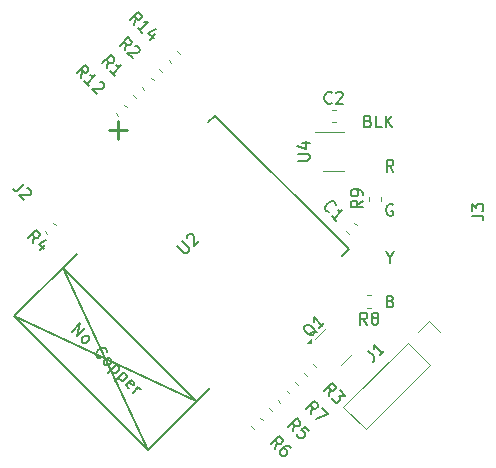
<source format=gto>
G04 #@! TF.GenerationSoftware,KiCad,Pcbnew,8.0.7-unknown-1000.20241208gitf899755.fc40*
G04 #@! TF.CreationDate,2024-12-14T19:17:03-08:00*
G04 #@! TF.ProjectId,led-ctrl-24v,6c65642d-6374-4726-9c2d-3234762e6b69,rev?*
G04 #@! TF.SameCoordinates,Original*
G04 #@! TF.FileFunction,Legend,Top*
G04 #@! TF.FilePolarity,Positive*
%FSLAX46Y46*%
G04 Gerber Fmt 4.6, Leading zero omitted, Abs format (unit mm)*
G04 Created by KiCad (PCBNEW 8.0.7-unknown-1000.20241208gitf899755.fc40) date 2024-12-14 19:17:03*
%MOMM*%
%LPD*%
G01*
G04 APERTURE LIST*
%ADD10C,0.150000*%
%ADD11C,0.250000*%
%ADD12C,0.120000*%
%ADD13C,0.152400*%
G04 APERTURE END LIST*
D10*
X103011904Y-121502438D02*
X102916666Y-121454819D01*
X102916666Y-121454819D02*
X102773809Y-121454819D01*
X102773809Y-121454819D02*
X102630952Y-121502438D01*
X102630952Y-121502438D02*
X102535714Y-121597676D01*
X102535714Y-121597676D02*
X102488095Y-121692914D01*
X102488095Y-121692914D02*
X102440476Y-121883390D01*
X102440476Y-121883390D02*
X102440476Y-122026247D01*
X102440476Y-122026247D02*
X102488095Y-122216723D01*
X102488095Y-122216723D02*
X102535714Y-122311961D01*
X102535714Y-122311961D02*
X102630952Y-122407200D01*
X102630952Y-122407200D02*
X102773809Y-122454819D01*
X102773809Y-122454819D02*
X102869047Y-122454819D01*
X102869047Y-122454819D02*
X103011904Y-122407200D01*
X103011904Y-122407200D02*
X103059523Y-122359580D01*
X103059523Y-122359580D02*
X103059523Y-122026247D01*
X103059523Y-122026247D02*
X102869047Y-122026247D01*
X102750000Y-125978628D02*
X102750000Y-126454819D01*
X102416667Y-125454819D02*
X102750000Y-125978628D01*
X102750000Y-125978628D02*
X103083333Y-125454819D01*
D11*
X78988095Y-115150333D02*
X80511905Y-115150333D01*
X79750000Y-115912238D02*
X79750000Y-114388428D01*
D10*
X103059523Y-118704819D02*
X102726190Y-118228628D01*
X102488095Y-118704819D02*
X102488095Y-117704819D01*
X102488095Y-117704819D02*
X102869047Y-117704819D01*
X102869047Y-117704819D02*
X102964285Y-117752438D01*
X102964285Y-117752438D02*
X103011904Y-117800057D01*
X103011904Y-117800057D02*
X103059523Y-117895295D01*
X103059523Y-117895295D02*
X103059523Y-118038152D01*
X103059523Y-118038152D02*
X103011904Y-118133390D01*
X103011904Y-118133390D02*
X102964285Y-118181009D01*
X102964285Y-118181009D02*
X102869047Y-118228628D01*
X102869047Y-118228628D02*
X102488095Y-118228628D01*
X102821428Y-129681009D02*
X102964285Y-129728628D01*
X102964285Y-129728628D02*
X103011904Y-129776247D01*
X103011904Y-129776247D02*
X103059523Y-129871485D01*
X103059523Y-129871485D02*
X103059523Y-130014342D01*
X103059523Y-130014342D02*
X103011904Y-130109580D01*
X103011904Y-130109580D02*
X102964285Y-130157200D01*
X102964285Y-130157200D02*
X102869047Y-130204819D01*
X102869047Y-130204819D02*
X102488095Y-130204819D01*
X102488095Y-130204819D02*
X102488095Y-129204819D01*
X102488095Y-129204819D02*
X102821428Y-129204819D01*
X102821428Y-129204819D02*
X102916666Y-129252438D01*
X102916666Y-129252438D02*
X102964285Y-129300057D01*
X102964285Y-129300057D02*
X103011904Y-129395295D01*
X103011904Y-129395295D02*
X103011904Y-129490533D01*
X103011904Y-129490533D02*
X102964285Y-129585771D01*
X102964285Y-129585771D02*
X102916666Y-129633390D01*
X102916666Y-129633390D02*
X102821428Y-129681009D01*
X102821428Y-129681009D02*
X102488095Y-129681009D01*
X100913220Y-114431009D02*
X101056077Y-114478628D01*
X101056077Y-114478628D02*
X101103696Y-114526247D01*
X101103696Y-114526247D02*
X101151315Y-114621485D01*
X101151315Y-114621485D02*
X101151315Y-114764342D01*
X101151315Y-114764342D02*
X101103696Y-114859580D01*
X101103696Y-114859580D02*
X101056077Y-114907200D01*
X101056077Y-114907200D02*
X100960839Y-114954819D01*
X100960839Y-114954819D02*
X100579887Y-114954819D01*
X100579887Y-114954819D02*
X100579887Y-113954819D01*
X100579887Y-113954819D02*
X100913220Y-113954819D01*
X100913220Y-113954819D02*
X101008458Y-114002438D01*
X101008458Y-114002438D02*
X101056077Y-114050057D01*
X101056077Y-114050057D02*
X101103696Y-114145295D01*
X101103696Y-114145295D02*
X101103696Y-114240533D01*
X101103696Y-114240533D02*
X101056077Y-114335771D01*
X101056077Y-114335771D02*
X101008458Y-114383390D01*
X101008458Y-114383390D02*
X100913220Y-114431009D01*
X100913220Y-114431009D02*
X100579887Y-114431009D01*
X102056077Y-114954819D02*
X101579887Y-114954819D01*
X101579887Y-114954819D02*
X101579887Y-113954819D01*
X102389411Y-114954819D02*
X102389411Y-113954819D01*
X102960839Y-114954819D02*
X102532268Y-114383390D01*
X102960839Y-113954819D02*
X102389411Y-114526247D01*
X97833333Y-112859580D02*
X97785714Y-112907200D01*
X97785714Y-112907200D02*
X97642857Y-112954819D01*
X97642857Y-112954819D02*
X97547619Y-112954819D01*
X97547619Y-112954819D02*
X97404762Y-112907200D01*
X97404762Y-112907200D02*
X97309524Y-112811961D01*
X97309524Y-112811961D02*
X97261905Y-112716723D01*
X97261905Y-112716723D02*
X97214286Y-112526247D01*
X97214286Y-112526247D02*
X97214286Y-112383390D01*
X97214286Y-112383390D02*
X97261905Y-112192914D01*
X97261905Y-112192914D02*
X97309524Y-112097676D01*
X97309524Y-112097676D02*
X97404762Y-112002438D01*
X97404762Y-112002438D02*
X97547619Y-111954819D01*
X97547619Y-111954819D02*
X97642857Y-111954819D01*
X97642857Y-111954819D02*
X97785714Y-112002438D01*
X97785714Y-112002438D02*
X97833333Y-112050057D01*
X98214286Y-112050057D02*
X98261905Y-112002438D01*
X98261905Y-112002438D02*
X98357143Y-111954819D01*
X98357143Y-111954819D02*
X98595238Y-111954819D01*
X98595238Y-111954819D02*
X98690476Y-112002438D01*
X98690476Y-112002438D02*
X98738095Y-112050057D01*
X98738095Y-112050057D02*
X98785714Y-112145295D01*
X98785714Y-112145295D02*
X98785714Y-112240533D01*
X98785714Y-112240533D02*
X98738095Y-112383390D01*
X98738095Y-112383390D02*
X98166667Y-112954819D01*
X98166667Y-112954819D02*
X98785714Y-112954819D01*
X93060543Y-142203754D02*
X93161558Y-141631335D01*
X92656482Y-141799693D02*
X93363589Y-141092587D01*
X93363589Y-141092587D02*
X93632963Y-141361961D01*
X93632963Y-141361961D02*
X93666635Y-141462976D01*
X93666635Y-141462976D02*
X93666635Y-141530319D01*
X93666635Y-141530319D02*
X93632963Y-141631335D01*
X93632963Y-141631335D02*
X93531948Y-141732350D01*
X93531948Y-141732350D02*
X93430932Y-141766022D01*
X93430932Y-141766022D02*
X93363589Y-141766022D01*
X93363589Y-141766022D02*
X93262574Y-141732350D01*
X93262574Y-141732350D02*
X92993200Y-141462976D01*
X94373741Y-142102739D02*
X94239054Y-141968052D01*
X94239054Y-141968052D02*
X94138039Y-141934380D01*
X94138039Y-141934380D02*
X94070696Y-141934380D01*
X94070696Y-141934380D02*
X93902337Y-141968052D01*
X93902337Y-141968052D02*
X93733978Y-142069067D01*
X93733978Y-142069067D02*
X93464604Y-142338441D01*
X93464604Y-142338441D02*
X93430932Y-142439457D01*
X93430932Y-142439457D02*
X93430932Y-142506800D01*
X93430932Y-142506800D02*
X93464604Y-142607815D01*
X93464604Y-142607815D02*
X93599291Y-142742502D01*
X93599291Y-142742502D02*
X93700306Y-142776174D01*
X93700306Y-142776174D02*
X93767650Y-142776174D01*
X93767650Y-142776174D02*
X93868665Y-142742502D01*
X93868665Y-142742502D02*
X94037024Y-142574144D01*
X94037024Y-142574144D02*
X94070696Y-142473128D01*
X94070696Y-142473128D02*
X94070696Y-142405785D01*
X94070696Y-142405785D02*
X94037024Y-142304770D01*
X94037024Y-142304770D02*
X93902337Y-142170083D01*
X93902337Y-142170083D02*
X93801322Y-142136411D01*
X93801322Y-142136411D02*
X93733978Y-142136411D01*
X93733978Y-142136411D02*
X93632963Y-142170083D01*
X94560543Y-140703754D02*
X94661558Y-140131335D01*
X94156482Y-140299693D02*
X94863589Y-139592587D01*
X94863589Y-139592587D02*
X95132963Y-139861961D01*
X95132963Y-139861961D02*
X95166635Y-139962976D01*
X95166635Y-139962976D02*
X95166635Y-140030319D01*
X95166635Y-140030319D02*
X95132963Y-140131335D01*
X95132963Y-140131335D02*
X95031948Y-140232350D01*
X95031948Y-140232350D02*
X94930932Y-140266022D01*
X94930932Y-140266022D02*
X94863589Y-140266022D01*
X94863589Y-140266022D02*
X94762574Y-140232350D01*
X94762574Y-140232350D02*
X94493200Y-139962976D01*
X95907413Y-140636411D02*
X95570696Y-140299693D01*
X95570696Y-140299693D02*
X95200306Y-140602739D01*
X95200306Y-140602739D02*
X95267650Y-140602739D01*
X95267650Y-140602739D02*
X95368665Y-140636411D01*
X95368665Y-140636411D02*
X95537024Y-140804770D01*
X95537024Y-140804770D02*
X95570696Y-140905785D01*
X95570696Y-140905785D02*
X95570696Y-140973128D01*
X95570696Y-140973128D02*
X95537024Y-141074144D01*
X95537024Y-141074144D02*
X95368665Y-141242502D01*
X95368665Y-141242502D02*
X95267650Y-141276174D01*
X95267650Y-141276174D02*
X95200306Y-141276174D01*
X95200306Y-141276174D02*
X95099291Y-141242502D01*
X95099291Y-141242502D02*
X94930932Y-141074144D01*
X94930932Y-141074144D02*
X94897261Y-140973128D01*
X94897261Y-140973128D02*
X94897261Y-140905785D01*
X80300492Y-108443703D02*
X80401507Y-107871283D01*
X79896431Y-108039642D02*
X80603537Y-107332535D01*
X80603537Y-107332535D02*
X80872911Y-107601909D01*
X80872911Y-107601909D02*
X80906583Y-107702924D01*
X80906583Y-107702924D02*
X80906583Y-107770268D01*
X80906583Y-107770268D02*
X80872911Y-107871283D01*
X80872911Y-107871283D02*
X80771896Y-107972298D01*
X80771896Y-107972298D02*
X80670881Y-108005970D01*
X80670881Y-108005970D02*
X80603537Y-108005970D01*
X80603537Y-108005970D02*
X80502522Y-107972298D01*
X80502522Y-107972298D02*
X80233148Y-107702924D01*
X81209629Y-108073314D02*
X81276972Y-108073314D01*
X81276972Y-108073314D02*
X81377988Y-108106985D01*
X81377988Y-108106985D02*
X81546346Y-108275344D01*
X81546346Y-108275344D02*
X81580018Y-108376359D01*
X81580018Y-108376359D02*
X81580018Y-108443703D01*
X81580018Y-108443703D02*
X81546346Y-108544718D01*
X81546346Y-108544718D02*
X81479003Y-108612062D01*
X81479003Y-108612062D02*
X81344316Y-108679405D01*
X81344316Y-108679405D02*
X80536194Y-108679405D01*
X80536194Y-108679405D02*
X80973927Y-109117138D01*
X97560543Y-137703754D02*
X97661558Y-137131335D01*
X97156482Y-137299693D02*
X97863589Y-136592587D01*
X97863589Y-136592587D02*
X98132963Y-136861961D01*
X98132963Y-136861961D02*
X98166635Y-136962976D01*
X98166635Y-136962976D02*
X98166635Y-137030319D01*
X98166635Y-137030319D02*
X98132963Y-137131335D01*
X98132963Y-137131335D02*
X98031948Y-137232350D01*
X98031948Y-137232350D02*
X97930932Y-137266022D01*
X97930932Y-137266022D02*
X97863589Y-137266022D01*
X97863589Y-137266022D02*
X97762574Y-137232350D01*
X97762574Y-137232350D02*
X97493200Y-136962976D01*
X98503352Y-137232350D02*
X98941085Y-137670083D01*
X98941085Y-137670083D02*
X98436009Y-137703754D01*
X98436009Y-137703754D02*
X98537024Y-137804770D01*
X98537024Y-137804770D02*
X98570696Y-137905785D01*
X98570696Y-137905785D02*
X98570696Y-137973128D01*
X98570696Y-137973128D02*
X98537024Y-138074144D01*
X98537024Y-138074144D02*
X98368665Y-138242502D01*
X98368665Y-138242502D02*
X98267650Y-138276174D01*
X98267650Y-138276174D02*
X98200306Y-138276174D01*
X98200306Y-138276174D02*
X98099291Y-138242502D01*
X98099291Y-138242502D02*
X97897261Y-138040472D01*
X97897261Y-138040472D02*
X97863589Y-137939457D01*
X97863589Y-137939457D02*
X97863589Y-137872113D01*
X100833333Y-131654819D02*
X100500000Y-131178628D01*
X100261905Y-131654819D02*
X100261905Y-130654819D01*
X100261905Y-130654819D02*
X100642857Y-130654819D01*
X100642857Y-130654819D02*
X100738095Y-130702438D01*
X100738095Y-130702438D02*
X100785714Y-130750057D01*
X100785714Y-130750057D02*
X100833333Y-130845295D01*
X100833333Y-130845295D02*
X100833333Y-130988152D01*
X100833333Y-130988152D02*
X100785714Y-131083390D01*
X100785714Y-131083390D02*
X100738095Y-131131009D01*
X100738095Y-131131009D02*
X100642857Y-131178628D01*
X100642857Y-131178628D02*
X100261905Y-131178628D01*
X101404762Y-131083390D02*
X101309524Y-131035771D01*
X101309524Y-131035771D02*
X101261905Y-130988152D01*
X101261905Y-130988152D02*
X101214286Y-130892914D01*
X101214286Y-130892914D02*
X101214286Y-130845295D01*
X101214286Y-130845295D02*
X101261905Y-130750057D01*
X101261905Y-130750057D02*
X101309524Y-130702438D01*
X101309524Y-130702438D02*
X101404762Y-130654819D01*
X101404762Y-130654819D02*
X101595238Y-130654819D01*
X101595238Y-130654819D02*
X101690476Y-130702438D01*
X101690476Y-130702438D02*
X101738095Y-130750057D01*
X101738095Y-130750057D02*
X101785714Y-130845295D01*
X101785714Y-130845295D02*
X101785714Y-130892914D01*
X101785714Y-130892914D02*
X101738095Y-130988152D01*
X101738095Y-130988152D02*
X101690476Y-131035771D01*
X101690476Y-131035771D02*
X101595238Y-131083390D01*
X101595238Y-131083390D02*
X101404762Y-131083390D01*
X101404762Y-131083390D02*
X101309524Y-131131009D01*
X101309524Y-131131009D02*
X101261905Y-131178628D01*
X101261905Y-131178628D02*
X101214286Y-131273866D01*
X101214286Y-131273866D02*
X101214286Y-131464342D01*
X101214286Y-131464342D02*
X101261905Y-131559580D01*
X101261905Y-131559580D02*
X101309524Y-131607200D01*
X101309524Y-131607200D02*
X101404762Y-131654819D01*
X101404762Y-131654819D02*
X101595238Y-131654819D01*
X101595238Y-131654819D02*
X101690476Y-131607200D01*
X101690476Y-131607200D02*
X101738095Y-131559580D01*
X101738095Y-131559580D02*
X101785714Y-131464342D01*
X101785714Y-131464342D02*
X101785714Y-131273866D01*
X101785714Y-131273866D02*
X101738095Y-131178628D01*
X101738095Y-131178628D02*
X101690476Y-131131009D01*
X101690476Y-131131009D02*
X101595238Y-131083390D01*
X72499883Y-124764414D02*
X72600898Y-124191995D01*
X72095822Y-124360353D02*
X72802929Y-123653247D01*
X72802929Y-123653247D02*
X73072303Y-123922621D01*
X73072303Y-123922621D02*
X73105975Y-124023636D01*
X73105975Y-124023636D02*
X73105975Y-124090979D01*
X73105975Y-124090979D02*
X73072303Y-124191995D01*
X73072303Y-124191995D02*
X72971288Y-124293010D01*
X72971288Y-124293010D02*
X72870272Y-124326682D01*
X72870272Y-124326682D02*
X72802929Y-124326682D01*
X72802929Y-124326682D02*
X72701914Y-124293010D01*
X72701914Y-124293010D02*
X72432540Y-124023636D01*
X73577379Y-124899101D02*
X73105975Y-125370506D01*
X73678394Y-124461369D02*
X73004959Y-124798086D01*
X73004959Y-124798086D02*
X73442692Y-125235819D01*
X84766184Y-124989949D02*
X85338604Y-125562369D01*
X85338604Y-125562369D02*
X85439619Y-125596041D01*
X85439619Y-125596041D02*
X85506963Y-125596041D01*
X85506963Y-125596041D02*
X85607978Y-125562369D01*
X85607978Y-125562369D02*
X85742665Y-125427682D01*
X85742665Y-125427682D02*
X85776337Y-125326667D01*
X85776337Y-125326667D02*
X85776337Y-125259323D01*
X85776337Y-125259323D02*
X85742665Y-125158308D01*
X85742665Y-125158308D02*
X85170245Y-124585888D01*
X85540635Y-124350186D02*
X85540635Y-124282843D01*
X85540635Y-124282843D02*
X85574306Y-124181827D01*
X85574306Y-124181827D02*
X85742665Y-124013469D01*
X85742665Y-124013469D02*
X85843680Y-123979797D01*
X85843680Y-123979797D02*
X85911024Y-123979797D01*
X85911024Y-123979797D02*
X86012039Y-124013469D01*
X86012039Y-124013469D02*
X86079383Y-124080812D01*
X86079383Y-124080812D02*
X86146726Y-124215499D01*
X86146726Y-124215499D02*
X86146726Y-125023621D01*
X86146726Y-125023621D02*
X86584459Y-124585888D01*
X75846725Y-132253215D02*
X76553832Y-131546109D01*
X76553832Y-131546109D02*
X76250786Y-132657277D01*
X76250786Y-132657277D02*
X76957893Y-131950170D01*
X76688519Y-133095009D02*
X76654847Y-132993994D01*
X76654847Y-132993994D02*
X76654847Y-132926650D01*
X76654847Y-132926650D02*
X76688519Y-132825635D01*
X76688519Y-132825635D02*
X76890549Y-132623605D01*
X76890549Y-132623605D02*
X76991565Y-132589933D01*
X76991565Y-132589933D02*
X77058908Y-132589933D01*
X77058908Y-132589933D02*
X77159923Y-132623605D01*
X77159923Y-132623605D02*
X77260939Y-132724620D01*
X77260939Y-132724620D02*
X77294610Y-132825635D01*
X77294610Y-132825635D02*
X77294610Y-132892979D01*
X77294610Y-132892979D02*
X77260939Y-132993994D01*
X77260939Y-132993994D02*
X77058908Y-133196024D01*
X77058908Y-133196024D02*
X76957893Y-133229696D01*
X76957893Y-133229696D02*
X76890549Y-133229696D01*
X76890549Y-133229696D02*
X76789534Y-133196024D01*
X76789534Y-133196024D02*
X76688519Y-133095009D01*
X78237420Y-134509223D02*
X78170076Y-134509223D01*
X78170076Y-134509223D02*
X78035389Y-134441880D01*
X78035389Y-134441880D02*
X77968046Y-134374536D01*
X77968046Y-134374536D02*
X77900702Y-134239849D01*
X77900702Y-134239849D02*
X77900702Y-134105162D01*
X77900702Y-134105162D02*
X77934374Y-134004147D01*
X77934374Y-134004147D02*
X78035389Y-133835788D01*
X78035389Y-133835788D02*
X78136405Y-133734773D01*
X78136405Y-133734773D02*
X78304763Y-133633757D01*
X78304763Y-133633757D02*
X78405779Y-133600086D01*
X78405779Y-133600086D02*
X78540466Y-133600086D01*
X78540466Y-133600086D02*
X78675153Y-133667429D01*
X78675153Y-133667429D02*
X78742496Y-133734773D01*
X78742496Y-133734773D02*
X78809840Y-133869460D01*
X78809840Y-133869460D02*
X78809840Y-133936803D01*
X78574137Y-134980628D02*
X78540466Y-134879612D01*
X78540466Y-134879612D02*
X78540466Y-134812269D01*
X78540466Y-134812269D02*
X78574137Y-134711254D01*
X78574137Y-134711254D02*
X78776168Y-134509223D01*
X78776168Y-134509223D02*
X78877183Y-134475551D01*
X78877183Y-134475551D02*
X78944527Y-134475551D01*
X78944527Y-134475551D02*
X79045542Y-134509223D01*
X79045542Y-134509223D02*
X79146557Y-134610238D01*
X79146557Y-134610238D02*
X79180229Y-134711254D01*
X79180229Y-134711254D02*
X79180229Y-134778597D01*
X79180229Y-134778597D02*
X79146557Y-134879612D01*
X79146557Y-134879612D02*
X78944527Y-135081643D01*
X78944527Y-135081643D02*
X78843511Y-135115315D01*
X78843511Y-135115315D02*
X78776168Y-135115315D01*
X78776168Y-135115315D02*
X78675153Y-135081643D01*
X78675153Y-135081643D02*
X78574137Y-134980628D01*
X79584290Y-135047971D02*
X78877183Y-135755078D01*
X79550618Y-135081643D02*
X79651633Y-135115315D01*
X79651633Y-135115315D02*
X79786320Y-135250002D01*
X79786320Y-135250002D02*
X79819992Y-135351017D01*
X79819992Y-135351017D02*
X79819992Y-135418360D01*
X79819992Y-135418360D02*
X79786320Y-135519376D01*
X79786320Y-135519376D02*
X79584290Y-135721406D01*
X79584290Y-135721406D02*
X79483275Y-135755078D01*
X79483275Y-135755078D02*
X79415931Y-135755078D01*
X79415931Y-135755078D02*
X79314916Y-135721406D01*
X79314916Y-135721406D02*
X79180229Y-135586719D01*
X79180229Y-135586719D02*
X79146557Y-135485704D01*
X80224053Y-135687734D02*
X79516946Y-136394841D01*
X80190381Y-135721406D02*
X80291397Y-135755078D01*
X80291397Y-135755078D02*
X80426084Y-135889765D01*
X80426084Y-135889765D02*
X80459756Y-135990780D01*
X80459756Y-135990780D02*
X80459756Y-136058124D01*
X80459756Y-136058124D02*
X80426084Y-136159139D01*
X80426084Y-136159139D02*
X80224053Y-136361170D01*
X80224053Y-136361170D02*
X80123038Y-136394841D01*
X80123038Y-136394841D02*
X80055694Y-136394841D01*
X80055694Y-136394841D02*
X79954679Y-136361170D01*
X79954679Y-136361170D02*
X79819992Y-136226482D01*
X79819992Y-136226482D02*
X79786320Y-136125467D01*
X80695458Y-137034605D02*
X80594443Y-137000933D01*
X80594443Y-137000933D02*
X80459756Y-136866246D01*
X80459756Y-136866246D02*
X80426084Y-136765231D01*
X80426084Y-136765231D02*
X80459756Y-136664215D01*
X80459756Y-136664215D02*
X80729130Y-136394841D01*
X80729130Y-136394841D02*
X80830145Y-136361170D01*
X80830145Y-136361170D02*
X80931160Y-136394841D01*
X80931160Y-136394841D02*
X81065847Y-136529528D01*
X81065847Y-136529528D02*
X81099519Y-136630544D01*
X81099519Y-136630544D02*
X81065847Y-136731559D01*
X81065847Y-136731559D02*
X80998504Y-136798902D01*
X80998504Y-136798902D02*
X80594443Y-136529528D01*
X80998504Y-137404994D02*
X81469908Y-136933589D01*
X81335221Y-137068276D02*
X81436236Y-137034605D01*
X81436236Y-137034605D02*
X81503580Y-137034605D01*
X81503580Y-137034605D02*
X81604595Y-137068276D01*
X81604595Y-137068276D02*
X81671939Y-137135620D01*
X71796066Y-119732528D02*
X71290990Y-120237604D01*
X71290990Y-120237604D02*
X71156303Y-120304948D01*
X71156303Y-120304948D02*
X71021616Y-120304948D01*
X71021616Y-120304948D02*
X70886929Y-120237604D01*
X70886929Y-120237604D02*
X70819585Y-120170261D01*
X72031769Y-120102917D02*
X72099112Y-120102917D01*
X72099112Y-120102917D02*
X72200127Y-120136589D01*
X72200127Y-120136589D02*
X72368486Y-120304948D01*
X72368486Y-120304948D02*
X72402158Y-120405963D01*
X72402158Y-120405963D02*
X72402158Y-120473307D01*
X72402158Y-120473307D02*
X72368486Y-120574322D01*
X72368486Y-120574322D02*
X72301143Y-120641665D01*
X72301143Y-120641665D02*
X72166456Y-120709009D01*
X72166456Y-120709009D02*
X71358334Y-120709009D01*
X71358334Y-120709009D02*
X71796066Y-121146742D01*
X94954819Y-117761904D02*
X95764342Y-117761904D01*
X95764342Y-117761904D02*
X95859580Y-117714285D01*
X95859580Y-117714285D02*
X95907200Y-117666666D01*
X95907200Y-117666666D02*
X95954819Y-117571428D01*
X95954819Y-117571428D02*
X95954819Y-117380952D01*
X95954819Y-117380952D02*
X95907200Y-117285714D01*
X95907200Y-117285714D02*
X95859580Y-117238095D01*
X95859580Y-117238095D02*
X95764342Y-117190476D01*
X95764342Y-117190476D02*
X94954819Y-117190476D01*
X95288152Y-116285714D02*
X95954819Y-116285714D01*
X94907200Y-116523809D02*
X95621485Y-116761904D01*
X95621485Y-116761904D02*
X95621485Y-116142857D01*
X97627887Y-122136411D02*
X97560543Y-122136411D01*
X97560543Y-122136411D02*
X97425856Y-122069067D01*
X97425856Y-122069067D02*
X97358513Y-122001724D01*
X97358513Y-122001724D02*
X97291169Y-121867037D01*
X97291169Y-121867037D02*
X97291169Y-121732350D01*
X97291169Y-121732350D02*
X97324841Y-121631335D01*
X97324841Y-121631335D02*
X97425856Y-121462976D01*
X97425856Y-121462976D02*
X97526871Y-121361961D01*
X97526871Y-121361961D02*
X97695230Y-121260945D01*
X97695230Y-121260945D02*
X97796245Y-121227274D01*
X97796245Y-121227274D02*
X97930932Y-121227274D01*
X97930932Y-121227274D02*
X98065619Y-121294617D01*
X98065619Y-121294617D02*
X98132963Y-121361961D01*
X98132963Y-121361961D02*
X98200306Y-121496648D01*
X98200306Y-121496648D02*
X98200306Y-121563991D01*
X98233978Y-122877189D02*
X97829917Y-122473128D01*
X98031948Y-122675159D02*
X98739054Y-121968052D01*
X98739054Y-121968052D02*
X98570696Y-122001724D01*
X98570696Y-122001724D02*
X98436009Y-122001724D01*
X98436009Y-122001724D02*
X98334993Y-121968052D01*
X78800492Y-109943703D02*
X78901507Y-109371283D01*
X78396431Y-109539642D02*
X79103537Y-108832535D01*
X79103537Y-108832535D02*
X79372911Y-109101909D01*
X79372911Y-109101909D02*
X79406583Y-109202924D01*
X79406583Y-109202924D02*
X79406583Y-109270268D01*
X79406583Y-109270268D02*
X79372911Y-109371283D01*
X79372911Y-109371283D02*
X79271896Y-109472298D01*
X79271896Y-109472298D02*
X79170881Y-109505970D01*
X79170881Y-109505970D02*
X79103537Y-109505970D01*
X79103537Y-109505970D02*
X79002522Y-109472298D01*
X79002522Y-109472298D02*
X78733148Y-109202924D01*
X79473927Y-110617138D02*
X79069866Y-110213077D01*
X79271896Y-110415107D02*
X79979003Y-109708001D01*
X79979003Y-109708001D02*
X79810644Y-109741672D01*
X79810644Y-109741672D02*
X79675957Y-109741672D01*
X79675957Y-109741672D02*
X79574942Y-109708001D01*
X96060543Y-139203754D02*
X96161558Y-138631335D01*
X95656482Y-138799693D02*
X96363589Y-138092587D01*
X96363589Y-138092587D02*
X96632963Y-138361961D01*
X96632963Y-138361961D02*
X96666635Y-138462976D01*
X96666635Y-138462976D02*
X96666635Y-138530319D01*
X96666635Y-138530319D02*
X96632963Y-138631335D01*
X96632963Y-138631335D02*
X96531948Y-138732350D01*
X96531948Y-138732350D02*
X96430932Y-138766022D01*
X96430932Y-138766022D02*
X96363589Y-138766022D01*
X96363589Y-138766022D02*
X96262574Y-138732350D01*
X96262574Y-138732350D02*
X95993200Y-138462976D01*
X97003352Y-138732350D02*
X97474757Y-139203754D01*
X97474757Y-139203754D02*
X96464604Y-139607815D01*
X96624549Y-132259236D02*
X96523534Y-132292908D01*
X96523534Y-132292908D02*
X96388847Y-132292908D01*
X96388847Y-132292908D02*
X96186816Y-132292908D01*
X96186816Y-132292908D02*
X96085801Y-132326580D01*
X96085801Y-132326580D02*
X96018458Y-132393923D01*
X96220488Y-132528610D02*
X96119473Y-132562282D01*
X96119473Y-132562282D02*
X95984786Y-132562282D01*
X95984786Y-132562282D02*
X95816427Y-132461267D01*
X95816427Y-132461267D02*
X95580725Y-132225564D01*
X95580725Y-132225564D02*
X95479710Y-132057206D01*
X95479710Y-132057206D02*
X95479710Y-131922519D01*
X95479710Y-131922519D02*
X95513381Y-131821503D01*
X95513381Y-131821503D02*
X95648068Y-131686816D01*
X95648068Y-131686816D02*
X95749084Y-131653145D01*
X95749084Y-131653145D02*
X95883771Y-131653145D01*
X95883771Y-131653145D02*
X96052129Y-131754160D01*
X96052129Y-131754160D02*
X96287832Y-131989862D01*
X96287832Y-131989862D02*
X96388847Y-132158221D01*
X96388847Y-132158221D02*
X96388847Y-132292908D01*
X96388847Y-132292908D02*
X96355175Y-132393923D01*
X96355175Y-132393923D02*
X96220488Y-132528610D01*
X97196969Y-131552129D02*
X96792908Y-131956190D01*
X96994938Y-131754160D02*
X96287832Y-131047053D01*
X96287832Y-131047053D02*
X96321503Y-131215412D01*
X96321503Y-131215412D02*
X96321503Y-131350099D01*
X96321503Y-131350099D02*
X96287832Y-131451114D01*
X81127057Y-106270268D02*
X81228072Y-105697848D01*
X80722996Y-105866207D02*
X81430102Y-105159100D01*
X81430102Y-105159100D02*
X81699476Y-105428474D01*
X81699476Y-105428474D02*
X81733148Y-105529489D01*
X81733148Y-105529489D02*
X81733148Y-105596833D01*
X81733148Y-105596833D02*
X81699476Y-105697848D01*
X81699476Y-105697848D02*
X81598461Y-105798863D01*
X81598461Y-105798863D02*
X81497446Y-105832535D01*
X81497446Y-105832535D02*
X81430102Y-105832535D01*
X81430102Y-105832535D02*
X81329087Y-105798863D01*
X81329087Y-105798863D02*
X81059713Y-105529489D01*
X81800492Y-106943703D02*
X81396431Y-106539642D01*
X81598461Y-106741672D02*
X82305568Y-106034566D01*
X82305568Y-106034566D02*
X82137209Y-106068237D01*
X82137209Y-106068237D02*
X82002522Y-106068237D01*
X82002522Y-106068237D02*
X81901507Y-106034566D01*
X82877988Y-107078390D02*
X82406583Y-107549794D01*
X82979003Y-106640657D02*
X82305568Y-106977375D01*
X82305568Y-106977375D02*
X82743301Y-107415107D01*
X109679819Y-122433333D02*
X110394104Y-122433333D01*
X110394104Y-122433333D02*
X110536961Y-122480952D01*
X110536961Y-122480952D02*
X110632200Y-122576190D01*
X110632200Y-122576190D02*
X110679819Y-122719047D01*
X110679819Y-122719047D02*
X110679819Y-122814285D01*
X109679819Y-122052380D02*
X109679819Y-121433333D01*
X109679819Y-121433333D02*
X110060771Y-121766666D01*
X110060771Y-121766666D02*
X110060771Y-121623809D01*
X110060771Y-121623809D02*
X110108390Y-121528571D01*
X110108390Y-121528571D02*
X110156009Y-121480952D01*
X110156009Y-121480952D02*
X110251247Y-121433333D01*
X110251247Y-121433333D02*
X110489342Y-121433333D01*
X110489342Y-121433333D02*
X110584580Y-121480952D01*
X110584580Y-121480952D02*
X110632200Y-121528571D01*
X110632200Y-121528571D02*
X110679819Y-121623809D01*
X110679819Y-121623809D02*
X110679819Y-121909523D01*
X110679819Y-121909523D02*
X110632200Y-122004761D01*
X110632200Y-122004761D02*
X110584580Y-122052380D01*
X100454819Y-121166666D02*
X99978628Y-121499999D01*
X100454819Y-121738094D02*
X99454819Y-121738094D01*
X99454819Y-121738094D02*
X99454819Y-121357142D01*
X99454819Y-121357142D02*
X99502438Y-121261904D01*
X99502438Y-121261904D02*
X99550057Y-121214285D01*
X99550057Y-121214285D02*
X99645295Y-121166666D01*
X99645295Y-121166666D02*
X99788152Y-121166666D01*
X99788152Y-121166666D02*
X99883390Y-121214285D01*
X99883390Y-121214285D02*
X99931009Y-121261904D01*
X99931009Y-121261904D02*
X99978628Y-121357142D01*
X99978628Y-121357142D02*
X99978628Y-121738094D01*
X100454819Y-120690475D02*
X100454819Y-120499999D01*
X100454819Y-120499999D02*
X100407200Y-120404761D01*
X100407200Y-120404761D02*
X100359580Y-120357142D01*
X100359580Y-120357142D02*
X100216723Y-120261904D01*
X100216723Y-120261904D02*
X100026247Y-120214285D01*
X100026247Y-120214285D02*
X99645295Y-120214285D01*
X99645295Y-120214285D02*
X99550057Y-120261904D01*
X99550057Y-120261904D02*
X99502438Y-120309523D01*
X99502438Y-120309523D02*
X99454819Y-120404761D01*
X99454819Y-120404761D02*
X99454819Y-120595237D01*
X99454819Y-120595237D02*
X99502438Y-120690475D01*
X99502438Y-120690475D02*
X99550057Y-120738094D01*
X99550057Y-120738094D02*
X99645295Y-120785713D01*
X99645295Y-120785713D02*
X99883390Y-120785713D01*
X99883390Y-120785713D02*
X99978628Y-120738094D01*
X99978628Y-120738094D02*
X100026247Y-120690475D01*
X100026247Y-120690475D02*
X100073866Y-120595237D01*
X100073866Y-120595237D02*
X100073866Y-120404761D01*
X100073866Y-120404761D02*
X100026247Y-120309523D01*
X100026247Y-120309523D02*
X99978628Y-120261904D01*
X99978628Y-120261904D02*
X99883390Y-120214285D01*
X100878796Y-133850201D02*
X101383872Y-134355277D01*
X101383872Y-134355277D02*
X101451216Y-134489964D01*
X101451216Y-134489964D02*
X101451216Y-134624651D01*
X101451216Y-134624651D02*
X101383872Y-134759338D01*
X101383872Y-134759338D02*
X101316529Y-134826682D01*
X102293010Y-133850201D02*
X101888949Y-134254262D01*
X102090979Y-134052231D02*
X101383872Y-133345124D01*
X101383872Y-133345124D02*
X101417544Y-133513483D01*
X101417544Y-133513483D02*
X101417544Y-133648170D01*
X101417544Y-133648170D02*
X101383872Y-133749185D01*
X76627057Y-110770268D02*
X76728072Y-110197848D01*
X76222996Y-110366207D02*
X76930102Y-109659100D01*
X76930102Y-109659100D02*
X77199476Y-109928474D01*
X77199476Y-109928474D02*
X77233148Y-110029489D01*
X77233148Y-110029489D02*
X77233148Y-110096833D01*
X77233148Y-110096833D02*
X77199476Y-110197848D01*
X77199476Y-110197848D02*
X77098461Y-110298863D01*
X77098461Y-110298863D02*
X76997446Y-110332535D01*
X76997446Y-110332535D02*
X76930102Y-110332535D01*
X76930102Y-110332535D02*
X76829087Y-110298863D01*
X76829087Y-110298863D02*
X76559713Y-110029489D01*
X77300492Y-111443703D02*
X76896431Y-111039642D01*
X77098461Y-111241672D02*
X77805568Y-110534566D01*
X77805568Y-110534566D02*
X77637209Y-110568237D01*
X77637209Y-110568237D02*
X77502522Y-110568237D01*
X77502522Y-110568237D02*
X77401507Y-110534566D01*
X78209629Y-111073314D02*
X78276972Y-111073314D01*
X78276972Y-111073314D02*
X78377988Y-111106985D01*
X78377988Y-111106985D02*
X78546346Y-111275344D01*
X78546346Y-111275344D02*
X78580018Y-111376359D01*
X78580018Y-111376359D02*
X78580018Y-111443703D01*
X78580018Y-111443703D02*
X78546346Y-111544718D01*
X78546346Y-111544718D02*
X78479003Y-111612062D01*
X78479003Y-111612062D02*
X78344316Y-111679405D01*
X78344316Y-111679405D02*
X77536194Y-111679405D01*
X77536194Y-111679405D02*
X77973927Y-112117138D01*
D12*
G04 #@! TO.C,C2*
X98162779Y-113490000D02*
X97837221Y-113490000D01*
X98162779Y-114510000D02*
X97837221Y-114510000D01*
G04 #@! TO.C,R6*
X91254478Y-140475727D02*
X91024273Y-140245522D01*
X91975727Y-139754478D02*
X91745522Y-139524273D01*
G04 #@! TO.C,R5*
X92754478Y-138975727D02*
X92524273Y-138745522D01*
X93475727Y-138254478D02*
X93245522Y-138024273D01*
G04 #@! TO.C,R2*
X84024273Y-109245522D02*
X84254478Y-109475727D01*
X84745522Y-108524273D02*
X84975727Y-108754478D01*
G04 #@! TO.C,R3*
X94254478Y-137475727D02*
X94024273Y-137245522D01*
X94975727Y-136754478D02*
X94745522Y-136524273D01*
G04 #@! TO.C,R8*
X100837221Y-129190000D02*
X101162779Y-129190000D01*
X100837221Y-130210000D02*
X101162779Y-130210000D01*
G04 #@! TO.C,R4*
X73524273Y-123745522D02*
X73754478Y-123975727D01*
X74245522Y-123024273D02*
X74475727Y-123254478D01*
D13*
G04 #@! TO.C,U2*
X70945843Y-130951762D02*
X86360771Y-138164251D01*
X70962814Y-130943277D02*
X76261165Y-125644926D01*
X82259552Y-142265471D02*
X75047063Y-126850543D01*
X82277936Y-142258400D02*
X70962814Y-130943277D01*
X82277936Y-142258400D02*
X87486485Y-137049851D01*
X86360771Y-138164251D02*
X75047063Y-126850543D01*
X87935498Y-113970593D02*
X87396682Y-114509408D01*
X98711805Y-125824531D02*
X99250621Y-125285715D01*
X99250621Y-125285715D02*
X87935498Y-113970593D01*
D12*
G04 #@! TO.C,U4*
X97100000Y-118610000D02*
X98900000Y-118610000D01*
X98900000Y-115390000D02*
X96450000Y-115390000D01*
G04 #@! TO.C,C1*
X99254478Y-123975727D02*
X99024273Y-123745522D01*
X99975727Y-123254478D02*
X99745522Y-123024273D01*
G04 #@! TO.C,R1*
X81024273Y-112245522D02*
X81254478Y-112475727D01*
X81745522Y-111524273D02*
X81975727Y-111754478D01*
G04 #@! TO.C,R7*
X95524273Y-135745522D02*
X95754478Y-135975727D01*
X96245522Y-135024273D02*
X96475727Y-135254478D01*
G04 #@! TO.C,Q1*
X96896913Y-132396913D02*
X96437294Y-132856533D01*
X96896913Y-132396913D02*
X97356533Y-131937294D01*
X99103087Y-134603087D02*
X98643467Y-135062706D01*
X99103087Y-134603087D02*
X99562706Y-134143467D01*
X96110257Y-133254280D02*
X95707206Y-133190641D01*
X96046618Y-132851230D01*
X96110257Y-133254280D01*
G36*
X96110257Y-133254280D02*
G01*
X95707206Y-133190641D01*
X96046618Y-132851230D01*
X96110257Y-133254280D01*
G37*
G04 #@! TO.C,R14*
X82754478Y-110975727D02*
X82524273Y-110745522D01*
X83475727Y-110254478D02*
X83245522Y-110024273D01*
G04 #@! TO.C,R9*
X100990000Y-120837220D02*
X100990000Y-121162780D01*
X102010000Y-120837220D02*
X102010000Y-121162780D01*
G04 #@! TO.C,J1*
X98817948Y-138601148D02*
X100698852Y-140482052D01*
X104248528Y-133170568D02*
X98817948Y-138601148D01*
X104248528Y-133170568D02*
X106129432Y-135051472D01*
X105146554Y-132272542D02*
X106087006Y-131332090D01*
X106087006Y-131332090D02*
X107027458Y-132272542D01*
X106129432Y-135051472D02*
X100698852Y-140482052D01*
G04 #@! TO.C,R12*
X79524273Y-113745522D02*
X79754478Y-113975727D01*
X80245522Y-113024273D02*
X80475727Y-113254478D01*
G04 #@! TD*
M02*

</source>
